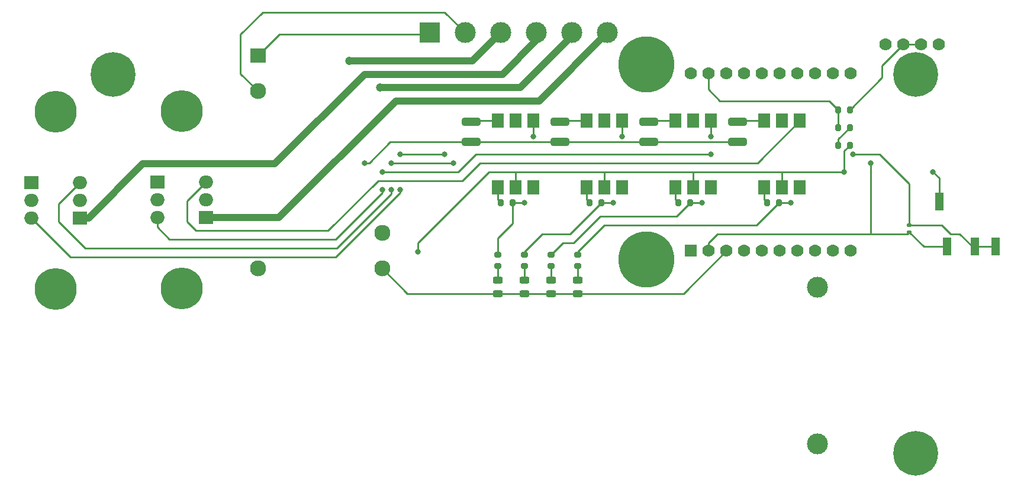
<source format=gbr>
%TF.GenerationSoftware,KiCad,Pcbnew,(7.0.0)*%
%TF.CreationDate,2024-03-10T18:27:09+01:00*%
%TF.ProjectId,bed-smart-plug,6265642d-736d-4617-9274-2d706c75672e,rev?*%
%TF.SameCoordinates,Original*%
%TF.FileFunction,Copper,L1,Top*%
%TF.FilePolarity,Positive*%
%FSLAX46Y46*%
G04 Gerber Fmt 4.6, Leading zero omitted, Abs format (unit mm)*
G04 Created by KiCad (PCBNEW (7.0.0)) date 2024-03-10 18:27:09*
%MOMM*%
%LPD*%
G01*
G04 APERTURE LIST*
G04 Aperture macros list*
%AMRoundRect*
0 Rectangle with rounded corners*
0 $1 Rounding radius*
0 $2 $3 $4 $5 $6 $7 $8 $9 X,Y pos of 4 corners*
0 Add a 4 corners polygon primitive as box body*
4,1,4,$2,$3,$4,$5,$6,$7,$8,$9,$2,$3,0*
0 Add four circle primitives for the rounded corners*
1,1,$1+$1,$2,$3*
1,1,$1+$1,$4,$5*
1,1,$1+$1,$6,$7*
1,1,$1+$1,$8,$9*
0 Add four rect primitives between the rounded corners*
20,1,$1+$1,$2,$3,$4,$5,0*
20,1,$1+$1,$4,$5,$6,$7,0*
20,1,$1+$1,$6,$7,$8,$9,0*
20,1,$1+$1,$8,$9,$2,$3,0*%
G04 Aperture macros list end*
%TA.AperFunction,SMDPad,CuDef*%
%ADD10RoundRect,0.243750X0.456250X-0.243750X0.456250X0.243750X-0.456250X0.243750X-0.456250X-0.243750X0*%
%TD*%
%TA.AperFunction,ComponentPad*%
%ADD11R,3.000000X3.000000*%
%TD*%
%TA.AperFunction,ComponentPad*%
%ADD12C,3.000000*%
%TD*%
%TA.AperFunction,SMDPad,CuDef*%
%ADD13RoundRect,0.250000X1.075000X-0.312500X1.075000X0.312500X-1.075000X0.312500X-1.075000X-0.312500X0*%
%TD*%
%TA.AperFunction,ComponentPad*%
%ADD14C,6.400000*%
%TD*%
%TA.AperFunction,SMDPad,CuDef*%
%ADD15RoundRect,0.200000X-0.200000X-0.275000X0.200000X-0.275000X0.200000X0.275000X-0.200000X0.275000X0*%
%TD*%
%TA.AperFunction,ComponentPad*%
%ADD16R,1.778000X1.778000*%
%TD*%
%TA.AperFunction,ComponentPad*%
%ADD17C,1.778000*%
%TD*%
%TA.AperFunction,SMDPad,CuDef*%
%ADD18R,1.200000X2.500000*%
%TD*%
%TA.AperFunction,SMDPad,CuDef*%
%ADD19R,1.780000X2.000000*%
%TD*%
%TA.AperFunction,ComponentPad*%
%ADD20R,2.000000X1.905000*%
%TD*%
%TA.AperFunction,ComponentPad*%
%ADD21O,2.000000X1.905000*%
%TD*%
%TA.AperFunction,ComponentPad*%
%ADD22R,2.300000X2.000000*%
%TD*%
%TA.AperFunction,ComponentPad*%
%ADD23C,2.300000*%
%TD*%
%TA.AperFunction,ComponentPad*%
%ADD24C,6.000000*%
%TD*%
%TA.AperFunction,ComponentPad*%
%ADD25C,8.000000*%
%TD*%
%TA.AperFunction,SMDPad,CuDef*%
%ADD26RoundRect,0.135000X0.185000X-0.135000X0.185000X0.135000X-0.185000X0.135000X-0.185000X-0.135000X0*%
%TD*%
%TA.AperFunction,SMDPad,CuDef*%
%ADD27RoundRect,0.200000X-0.275000X0.200000X-0.275000X-0.200000X0.275000X-0.200000X0.275000X0.200000X0*%
%TD*%
%TA.AperFunction,ViaPad*%
%ADD28C,0.800000*%
%TD*%
%TA.AperFunction,ViaPad*%
%ADD29C,1.200000*%
%TD*%
%TA.AperFunction,Conductor*%
%ADD30C,0.250000*%
%TD*%
%TA.AperFunction,Conductor*%
%ADD31C,1.000000*%
%TD*%
G04 APERTURE END LIST*
D10*
%TO.P,D4,1,K*%
%TO.N,GND*%
X160970000Y-92867500D03*
%TO.P,D4,2,A*%
%TO.N,Net-(D4-A)*%
X160970000Y-90992500D03*
%TD*%
%TO.P,D1,1,K*%
%TO.N,GND*%
X149540000Y-92867500D03*
%TO.P,D1,2,A*%
%TO.N,Net-(D1-A)*%
X149540000Y-90992500D03*
%TD*%
D11*
%TO.P,J2,1,Pin_1*%
%TO.N,LINE*%
X139779999Y-55499999D03*
D12*
%TO.P,J2,2,Pin_2*%
%TO.N,NEUT*%
X144860000Y-55500000D03*
%TO.P,J2,3,Pin_3*%
%TO.N,Net-(J2-Pin_3)*%
X149940000Y-55500000D03*
%TO.P,J2,4,Pin_4*%
%TO.N,Net-(J2-Pin_4)*%
X155020000Y-55500000D03*
%TO.P,J2,5,Pin_5*%
%TO.N,Net-(J2-Pin_5)*%
X160100000Y-55500000D03*
%TO.P,J2,6,Pin_6*%
%TO.N,Net-(J2-Pin_6)*%
X165180000Y-55500000D03*
%TD*%
D13*
%TO.P,R14,1*%
%TO.N,Net-(Q1-A2)*%
X158430000Y-71167500D03*
%TO.P,R14,2*%
%TO.N,Net-(R14-Pad2)*%
X158430000Y-68242500D03*
%TD*%
D14*
%TO.P,,1*%
%TO.N,N/C*%
X209275000Y-115725000D03*
%TD*%
D15*
%TO.P,R3,1*%
%TO.N,Net-(U1-GPIO36)*%
X198245000Y-69070000D03*
%TO.P,R3,2*%
%TO.N,Net-(R3-Pad2)*%
X199895000Y-69070000D03*
%TD*%
D16*
%TO.P,U1,1,+5V*%
%TO.N,+5V*%
X177134999Y-86729999D03*
D17*
%TO.P,U1,2,+3.3V_(out)*%
%TO.N,+3V3*%
X179675000Y-86730000D03*
%TO.P,U1,3,GND*%
%TO.N,GND*%
X182215000Y-86730000D03*
%TO.P,U1,4,ESP_EN*%
%TO.N,unconnected-(U1-ESP_EN-Pad4)*%
X184755000Y-86730000D03*
%TO.P,U1,5,GPIO0*%
%TO.N,unconnected-(U1-GPIO0-Pad5)*%
X187295000Y-86730000D03*
%TO.P,U1,6,GPIO1*%
%TO.N,unconnected-(U1-GPIO1-Pad6)*%
X189835000Y-86730000D03*
%TO.P,U1,7,GPIO2*%
%TO.N,Net-(U1-GPIO2)*%
X192375000Y-86730000D03*
%TO.P,U1,8,GPIO3*%
%TO.N,Net-(U1-GPIO3)*%
X194915000Y-86730000D03*
%TO.P,U1,9,GPIO4*%
%TO.N,Net-(U1-GPIO4)*%
X197455000Y-86730000D03*
%TO.P,U1,10,GPIO5*%
%TO.N,Net-(U1-GPIO5)*%
X199995000Y-86730000D03*
%TO.P,U1,11,GPIO13*%
%TO.N,Net-(U1-GPIO13)*%
X199995000Y-61330000D03*
%TO.P,U1,12,GPIO14*%
%TO.N,unconnected-(U1-GPIO14-Pad12)*%
X197455000Y-61330000D03*
%TO.P,U1,13,GPIO15*%
%TO.N,unconnected-(U1-GPIO15-Pad13)*%
X194915000Y-61330000D03*
%TO.P,U1,14,GPIO16*%
%TO.N,unconnected-(U1-GPIO16-Pad14)*%
X192375000Y-61330000D03*
%TO.P,U1,15,GPIO32*%
%TO.N,unconnected-(U1-GPIO32-Pad15)*%
X189835000Y-61330000D03*
%TO.P,U1,16,GPIO33*%
%TO.N,unconnected-(U1-GPIO33-Pad16)*%
X187295000Y-61330000D03*
%TO.P,U1,17,GPIO34*%
%TO.N,unconnected-(U1-GPIO34-Pad17)*%
X184755000Y-61330000D03*
%TO.P,U1,18,GPIO35*%
%TO.N,unconnected-(U1-GPIO35-Pad18)*%
X182215000Y-61330000D03*
%TO.P,U1,19,GPIO36*%
%TO.N,Net-(U1-GPIO36)*%
X179675000Y-61330000D03*
%TO.P,U1,20,GPIO39*%
%TO.N,unconnected-(U1-GPIO39-Pad20)*%
X177135000Y-61330000D03*
%TD*%
D15*
%TO.P,R9,1*%
%TO.N,Net-(R9-Pad1)*%
X149985000Y-79865000D03*
%TO.P,R9,2*%
%TO.N,Net-(U1-GPIO2)*%
X151635000Y-79865000D03*
%TD*%
D10*
%TO.P,D3,1,K*%
%TO.N,GND*%
X157160000Y-92867500D03*
%TO.P,D3,2,A*%
%TO.N,Net-(D3-A)*%
X157160000Y-90992500D03*
%TD*%
D13*
%TO.P,R15,1*%
%TO.N,Net-(Q1-A2)*%
X171130000Y-71167500D03*
%TO.P,R15,2*%
%TO.N,Net-(R15-Pad2)*%
X171130000Y-68242500D03*
%TD*%
D15*
%TO.P,R10,1*%
%TO.N,Net-(R10-Pad1)*%
X162685000Y-79865000D03*
%TO.P,R10,2*%
%TO.N,Net-(U1-GPIO3)*%
X164335000Y-79865000D03*
%TD*%
D18*
%TO.P,J1,R1*%
%TO.N,Net-(U1-GPIO13)*%
X217762999Y-86169999D03*
%TO.P,J1,R2*%
X220762999Y-86169999D03*
%TO.P,J1,S*%
%TO.N,GND*%
X212662999Y-79669999D03*
%TO.P,J1,T*%
%TO.N,+3V3*%
X213762999Y-86169999D03*
%TD*%
D14*
%TO.P,,1*%
%TO.N,N/C*%
X94525000Y-61475000D03*
%TD*%
D19*
%TO.P,U5,1*%
%TO.N,Net-(R11-Pad1)*%
X174939999Y-77644999D03*
%TO.P,U5,2*%
%TO.N,GND*%
X177479999Y-77644999D03*
%TO.P,U5,3,NC*%
%TO.N,unconnected-(U5-NC-Pad3)*%
X180019999Y-77644999D03*
%TO.P,U5,4*%
%TO.N,Net-(Q3-G)*%
X180019999Y-68114999D03*
%TO.P,U5,5,NC*%
%TO.N,unconnected-(U5-NC-Pad5)*%
X177479999Y-68114999D03*
%TO.P,U5,6*%
%TO.N,Net-(R15-Pad2)*%
X174939999Y-68114999D03*
%TD*%
D17*
%TO.P,U2,1,VCC*%
%TO.N,+3V3*%
X205020000Y-57150000D03*
%TO.P,U2,2,DATA*%
%TO.N,Net-(R2-Pad2)*%
X207560000Y-57150000D03*
%TO.P,U2,3,DATA*%
X210100000Y-57150000D03*
%TO.P,U2,4,GND*%
%TO.N,GND*%
X212640000Y-57150000D03*
%TD*%
D10*
%TO.P,D2,1,K*%
%TO.N,GND*%
X153350000Y-92867500D03*
%TO.P,D2,2,A*%
%TO.N,Net-(D2-A)*%
X153350000Y-90992500D03*
%TD*%
D20*
%TO.P,Q3,1,A1*%
%TO.N,Net-(J2-Pin_5)*%
X100814999Y-76919999D03*
D21*
%TO.P,Q3,2,A2*%
%TO.N,Net-(Q1-A2)*%
X100814999Y-79459999D03*
%TO.P,Q3,3,G*%
%TO.N,Net-(Q3-G)*%
X100814999Y-81999999D03*
%TD*%
D15*
%TO.P,R11,1*%
%TO.N,Net-(R11-Pad1)*%
X175385000Y-79865000D03*
%TO.P,R11,2*%
%TO.N,Net-(U1-GPIO4)*%
X177035000Y-79865000D03*
%TD*%
D20*
%TO.P,Q4,1,A1*%
%TO.N,Net-(J2-Pin_6)*%
X107749999Y-81989999D03*
D21*
%TO.P,Q4,2,A2*%
%TO.N,Net-(Q1-A2)*%
X107749999Y-79449999D03*
%TO.P,Q4,3,G*%
%TO.N,Net-(Q4-G)*%
X107749999Y-76909999D03*
%TD*%
D20*
%TO.P,Q2,1,A1*%
%TO.N,Net-(J2-Pin_4)*%
X89744999Y-82049999D03*
D21*
%TO.P,Q2,2,A2*%
%TO.N,Net-(Q1-A2)*%
X89744999Y-79509999D03*
%TO.P,Q2,3,G*%
%TO.N,Net-(Q2-G)*%
X89744999Y-76969999D03*
%TD*%
D15*
%TO.P,R4,1*%
%TO.N,Net-(R3-Pad2)*%
X198245000Y-71610000D03*
%TO.P,R4,2*%
%TO.N,GND*%
X199895000Y-71610000D03*
%TD*%
D22*
%TO.P,PS1,1,AC/L*%
%TO.N,LINE*%
X115199999Y-58819999D03*
D23*
%TO.P,PS1,3,AC/N*%
%TO.N,NEUT*%
X115200000Y-63900000D03*
%TO.P,PS1,5,NC*%
%TO.N,unconnected-(PS1-NC-Pad5)*%
X115200000Y-89300000D03*
%TO.P,PS1,14,-Vo*%
%TO.N,GND*%
X132980000Y-89300000D03*
%TO.P,PS1,16,+Vo*%
%TO.N,+5V*%
X132980000Y-84220000D03*
%TD*%
D13*
%TO.P,R16,1*%
%TO.N,Net-(Q1-A2)*%
X183830000Y-71167500D03*
%TO.P,R16,2*%
%TO.N,Net-(R16-Pad2)*%
X183830000Y-68242500D03*
%TD*%
D19*
%TO.P,U6,1*%
%TO.N,Net-(R12-Pad1)*%
X187639999Y-77644999D03*
%TO.P,U6,2*%
%TO.N,GND*%
X190179999Y-77644999D03*
%TO.P,U6,3,NC*%
%TO.N,unconnected-(U6-NC-Pad3)*%
X192719999Y-77644999D03*
%TO.P,U6,4*%
%TO.N,Net-(Q4-G)*%
X192719999Y-68114999D03*
%TO.P,U6,5,NC*%
%TO.N,unconnected-(U6-NC-Pad5)*%
X190179999Y-68114999D03*
%TO.P,U6,6*%
%TO.N,Net-(R16-Pad2)*%
X187639999Y-68114999D03*
%TD*%
D24*
%TO.P,HS1,1*%
%TO.N,N/C*%
X86295000Y-66820000D03*
X86295000Y-92220000D03*
%TD*%
D25*
%TO.P,,1*%
%TO.N,N/C*%
X170785000Y-60060000D03*
%TD*%
D26*
%TO.P,R1,1*%
%TO.N,+3V3*%
X208400000Y-84060000D03*
%TO.P,R1,2*%
%TO.N,Net-(U1-GPIO13)*%
X208400000Y-83040000D03*
%TD*%
D15*
%TO.P,R2,1*%
%TO.N,Net-(U1-GPIO36)*%
X198245000Y-66530000D03*
%TO.P,R2,2*%
%TO.N,Net-(R2-Pad2)*%
X199895000Y-66530000D03*
%TD*%
D13*
%TO.P,R13,1*%
%TO.N,Net-(Q1-A2)*%
X145730000Y-71167500D03*
%TO.P,R13,2*%
%TO.N,Net-(R13-Pad2)*%
X145730000Y-68242500D03*
%TD*%
D27*
%TO.P,R8,1*%
%TO.N,Net-(U1-GPIO5)*%
X160970000Y-87295000D03*
%TO.P,R8,2*%
%TO.N,Net-(D4-A)*%
X160970000Y-88945000D03*
%TD*%
D20*
%TO.P,Q1,1,A1*%
%TO.N,Net-(J2-Pin_3)*%
X82809999Y-76979999D03*
D21*
%TO.P,Q1,2,A2*%
%TO.N,Net-(Q1-A2)*%
X82809999Y-79519999D03*
%TO.P,Q1,3,G*%
%TO.N,Net-(Q1-G)*%
X82809999Y-82059999D03*
%TD*%
D15*
%TO.P,R12,1*%
%TO.N,Net-(R12-Pad1)*%
X188085000Y-79865000D03*
%TO.P,R12,2*%
%TO.N,Net-(U1-GPIO5)*%
X189735000Y-79865000D03*
%TD*%
D27*
%TO.P,R6,1*%
%TO.N,Net-(U1-GPIO3)*%
X153350000Y-87295000D03*
%TO.P,R6,2*%
%TO.N,Net-(D2-A)*%
X153350000Y-88945000D03*
%TD*%
%TO.P,R7,1*%
%TO.N,Net-(U1-GPIO4)*%
X157160000Y-87295000D03*
%TO.P,R7,2*%
%TO.N,Net-(D3-A)*%
X157160000Y-88945000D03*
%TD*%
%TO.P,R5,1*%
%TO.N,Net-(U1-GPIO2)*%
X149540000Y-87295000D03*
%TO.P,R5,2*%
%TO.N,Net-(D1-A)*%
X149540000Y-88945000D03*
%TD*%
D19*
%TO.P,U4,1*%
%TO.N,Net-(R10-Pad1)*%
X162239999Y-77644999D03*
%TO.P,U4,2*%
%TO.N,GND*%
X164779999Y-77644999D03*
%TO.P,U4,3,NC*%
%TO.N,unconnected-(U4-NC-Pad3)*%
X167319999Y-77644999D03*
%TO.P,U4,4*%
%TO.N,Net-(Q2-G)*%
X167319999Y-68114999D03*
%TO.P,U4,5,NC*%
%TO.N,unconnected-(U4-NC-Pad5)*%
X164779999Y-68114999D03*
%TO.P,U4,6*%
%TO.N,Net-(R14-Pad2)*%
X162239999Y-68114999D03*
%TD*%
D14*
%TO.P,,1*%
%TO.N,N/C*%
X209275000Y-61475000D03*
%TD*%
D24*
%TO.P,HS2,1*%
%TO.N,N/C*%
X104300000Y-66760000D03*
X104300000Y-92160000D03*
%TD*%
D12*
%TO.P,F1,1*%
%TO.N,LINE*%
X195260000Y-114430000D03*
%TO.P,F1,2*%
%TO.N,Net-(Q1-A2)*%
X195260000Y-91930000D03*
%TD*%
D19*
%TO.P,U3,1*%
%TO.N,Net-(R9-Pad1)*%
X149539999Y-77644999D03*
%TO.P,U3,2*%
%TO.N,GND*%
X152079999Y-77644999D03*
%TO.P,U3,3,NC*%
%TO.N,unconnected-(U3-NC-Pad3)*%
X154619999Y-77644999D03*
%TO.P,U3,4*%
%TO.N,Net-(Q1-G)*%
X154619999Y-68114999D03*
%TO.P,U3,5,NC*%
%TO.N,unconnected-(U3-NC-Pad5)*%
X152079999Y-68114999D03*
%TO.P,U3,6*%
%TO.N,Net-(R13-Pad2)*%
X149539999Y-68114999D03*
%TD*%
D25*
%TO.P,,1*%
%TO.N,N/C*%
X170785000Y-88000000D03*
%TD*%
D28*
%TO.N,GND*%
X138110000Y-86850000D03*
X199070000Y-75420000D03*
X211770000Y-75420000D03*
%TO.N,Net-(Q1-A2)*%
X130490000Y-74150000D03*
%TO.N,Net-(U1-GPIO13)*%
X200340000Y-72880000D03*
%TO.N,+3V3*%
X202880000Y-74150000D03*
D29*
%TO.N,Net-(J2-Pin_3)*%
X128267500Y-59545000D03*
%TO.N,Net-(J2-Pin_5)*%
X132712500Y-63355000D03*
D28*
%TO.N,Net-(Q1-G)*%
X154620000Y-70340000D03*
X141920000Y-72880000D03*
X135570000Y-77960000D03*
X135570000Y-72880000D03*
%TO.N,Net-(Q2-G)*%
X134300000Y-77960000D03*
X143190000Y-74150000D03*
X134300000Y-74150000D03*
X167320000Y-70340000D03*
%TO.N,Net-(Q3-G)*%
X180020000Y-70340000D03*
X180020000Y-72880000D03*
X133030000Y-75420000D03*
X133030000Y-77960000D03*
%TO.N,Net-(U1-GPIO2)*%
X153350000Y-79865000D03*
%TO.N,Net-(U1-GPIO3)*%
X166050000Y-79865000D03*
%TO.N,Net-(U1-GPIO4)*%
X178750000Y-79865000D03*
%TO.N,Net-(U1-GPIO5)*%
X191450000Y-79865000D03*
%TD*%
D30*
%TO.N,GND*%
X212663000Y-76313000D02*
X212663000Y-79670000D01*
X152080000Y-75420000D02*
X148270000Y-75420000D01*
X153350000Y-92867500D02*
X157160000Y-92867500D01*
X149540000Y-92867500D02*
X153350000Y-92867500D01*
X182215000Y-86730000D02*
X176077500Y-92867500D01*
X211770000Y-75420000D02*
X212663000Y-76313000D01*
X152080000Y-75420000D02*
X199070000Y-75420000D01*
X152080000Y-77645000D02*
X152080000Y-75420000D01*
X190180000Y-75420000D02*
X190180000Y-77645000D01*
X164780000Y-75420000D02*
X164780000Y-77645000D01*
X176077500Y-92867500D02*
X160970000Y-92867500D01*
X138110000Y-85580000D02*
X138110000Y-86850000D01*
X157160000Y-92867500D02*
X160970000Y-92867500D01*
X136547500Y-92867500D02*
X132980000Y-89300000D01*
X149540000Y-92867500D02*
X136547500Y-92867500D01*
X199895000Y-71610000D02*
X199070000Y-72435000D01*
X177480000Y-77645000D02*
X177480000Y-75420000D01*
X138110000Y-85580000D02*
X148270000Y-75420000D01*
X199070000Y-72435000D02*
X199070000Y-75420000D01*
%TO.N,Net-(D1-A)*%
X149540000Y-90992500D02*
X149540000Y-88945000D01*
%TO.N,Net-(D2-A)*%
X153350000Y-90992500D02*
X153350000Y-88945000D01*
%TO.N,Net-(D3-A)*%
X157160000Y-90992500D02*
X157160000Y-88945000D01*
%TO.N,Net-(D4-A)*%
X160970000Y-90992500D02*
X160970000Y-88945000D01*
%TO.N,LINE*%
X139380000Y-55735000D02*
X139615000Y-55500000D01*
X118285000Y-55735000D02*
X139380000Y-55735000D01*
X139615000Y-55500000D02*
X139780000Y-55500000D01*
X115200000Y-58820000D02*
X118285000Y-55735000D01*
%TO.N,Net-(Q1-A2)*%
X134107500Y-71167500D02*
X131125000Y-74150000D01*
X145730000Y-71167500D02*
X158430000Y-71167500D01*
X145730000Y-71167500D02*
X134107500Y-71167500D01*
X158430000Y-71167500D02*
X171130000Y-71167500D01*
X131125000Y-74150000D02*
X130490000Y-74150000D01*
X183830000Y-71167500D02*
X171130000Y-71167500D01*
%TO.N,Net-(U1-GPIO13)*%
X208400000Y-77130000D02*
X208400000Y-83040000D01*
X220763000Y-86170000D02*
X217763000Y-86170000D01*
X204150000Y-72880000D02*
X208400000Y-77130000D01*
X213040000Y-83040000D02*
X208400000Y-83040000D01*
X214310000Y-84310000D02*
X213040000Y-83040000D01*
X217763000Y-86170000D02*
X217440000Y-86170000D01*
X200340000Y-72880000D02*
X204150000Y-72880000D01*
X215580000Y-84310000D02*
X214310000Y-84310000D01*
X217440000Y-86170000D02*
X215580000Y-84310000D01*
%TO.N,+3V3*%
X202880000Y-74150000D02*
X202880000Y-84310000D01*
X208400000Y-84060000D02*
X210510000Y-86170000D01*
X179675000Y-85580000D02*
X180945000Y-84310000D01*
X210510000Y-86170000D02*
X213763000Y-86170000D01*
X202880000Y-84310000D02*
X208150000Y-84310000D01*
X180945000Y-84310000D02*
X202880000Y-84310000D01*
X179675000Y-86730000D02*
X179675000Y-85580000D01*
X208150000Y-84310000D02*
X208400000Y-84060000D01*
%TO.N,NEUT*%
X115885000Y-52560000D02*
X141920000Y-52560000D01*
X112710000Y-61410000D02*
X112710000Y-55735000D01*
X112710000Y-55735000D02*
X115885000Y-52560000D01*
X141920000Y-52560000D02*
X144860000Y-55500000D01*
X115200000Y-63900000D02*
X112710000Y-61410000D01*
D31*
%TO.N,Net-(J2-Pin_3)*%
X128267500Y-59545000D02*
X145895000Y-59545000D01*
X145895000Y-59545000D02*
X149940000Y-55500000D01*
%TO.N,Net-(J2-Pin_4)*%
X155020000Y-56605000D02*
X155020000Y-55500000D01*
X150175000Y-61450000D02*
X155020000Y-56605000D01*
X117645000Y-74295000D02*
X130490000Y-61450000D01*
X90985000Y-82050000D02*
X98740000Y-74295000D01*
X130490000Y-61450000D02*
X150175000Y-61450000D01*
X89745000Y-82050000D02*
X90985000Y-82050000D01*
X98740000Y-74295000D02*
X117645000Y-74295000D01*
%TO.N,Net-(J2-Pin_5)*%
X132712500Y-63355000D02*
X152715000Y-63355000D01*
X160100000Y-55970000D02*
X160100000Y-55500000D01*
X152715000Y-63355000D02*
X160100000Y-55970000D01*
%TO.N,Net-(J2-Pin_6)*%
X118205000Y-81990000D02*
X107750000Y-81990000D01*
X155420000Y-65260000D02*
X134935000Y-65260000D01*
X165180000Y-55500000D02*
X155420000Y-65260000D01*
X134935000Y-65260000D02*
X118205000Y-81990000D01*
D30*
%TO.N,Net-(Q1-G)*%
X135570000Y-72880000D02*
X141920000Y-72880000D01*
X88380000Y-87630000D02*
X82810000Y-82060000D01*
X154620000Y-68115000D02*
X154620000Y-70340000D01*
X135570000Y-78425000D02*
X126365000Y-87630000D01*
X126365000Y-87630000D02*
X88380000Y-87630000D01*
X135570000Y-77960000D02*
X135570000Y-78425000D01*
%TO.N,Net-(Q2-G)*%
X134300000Y-77960000D02*
X134300000Y-78595000D01*
X167320000Y-68115000D02*
X167320000Y-70340000D01*
X90485000Y-86360000D02*
X86675000Y-82550000D01*
X134300000Y-74150000D02*
X143190000Y-74150000D01*
X86675000Y-80040000D02*
X89745000Y-76970000D01*
X126535000Y-86360000D02*
X134300000Y-78595000D01*
X90485000Y-86360000D02*
X126535000Y-86360000D01*
X86675000Y-82550000D02*
X86675000Y-80040000D01*
%TO.N,Net-(Q3-G)*%
X180020000Y-68115000D02*
X180020000Y-70340000D01*
X133030000Y-78425000D02*
X126365000Y-85090000D01*
X100815000Y-83355000D02*
X100815000Y-82000000D01*
X102550000Y-85090000D02*
X100815000Y-83355000D01*
X146365000Y-72880000D02*
X180020000Y-72880000D01*
X146365000Y-72880000D02*
X143825000Y-75420000D01*
X133030000Y-75420000D02*
X143825000Y-75420000D01*
X126365000Y-85090000D02*
X102550000Y-85090000D01*
X133030000Y-77960000D02*
X133030000Y-78425000D01*
%TO.N,Net-(Q4-G)*%
X105090000Y-79570000D02*
X107750000Y-76910000D01*
X132395000Y-76690000D02*
X125265000Y-83820000D01*
X144460000Y-76690000D02*
X132395000Y-76690000D01*
X106360000Y-83820000D02*
X125265000Y-83820000D01*
X192720000Y-68115000D02*
X186685000Y-74150000D01*
X147000000Y-74150000D02*
X144460000Y-76690000D01*
X106360000Y-83820000D02*
X105090000Y-82550000D01*
X105090000Y-82550000D02*
X105090000Y-79570000D01*
X186685000Y-74150000D02*
X147000000Y-74150000D01*
%TO.N,Net-(U1-GPIO36)*%
X196975000Y-65260000D02*
X198245000Y-66530000D01*
X181290000Y-65260000D02*
X196975000Y-65260000D01*
X198245000Y-66530000D02*
X198245000Y-69070000D01*
X179675000Y-63645000D02*
X181290000Y-65260000D01*
X179675000Y-61330000D02*
X179675000Y-63645000D01*
%TO.N,Net-(R2-Pad2)*%
X207560000Y-57150000D02*
X204470000Y-60240000D01*
X210100000Y-57150000D02*
X207560000Y-57150000D01*
X204470000Y-60240000D02*
X204470000Y-61955000D01*
X204470000Y-61955000D02*
X199895000Y-66530000D01*
%TO.N,Net-(R3-Pad2)*%
X198245000Y-70720000D02*
X199895000Y-69070000D01*
X198245000Y-71610000D02*
X198245000Y-70720000D01*
%TO.N,Net-(U1-GPIO2)*%
X153350000Y-79865000D02*
X151635000Y-79865000D01*
X149540000Y-84945000D02*
X151635000Y-82850000D01*
X151635000Y-82850000D02*
X151635000Y-79865000D01*
X149540000Y-87295000D02*
X149540000Y-84945000D01*
%TO.N,Net-(U1-GPIO3)*%
X155890000Y-84310000D02*
X159890000Y-84310000D01*
X153350000Y-86850000D02*
X155890000Y-84310000D01*
X159890000Y-84310000D02*
X164335000Y-79865000D01*
X166050000Y-79865000D02*
X164335000Y-79865000D01*
X153350000Y-87295000D02*
X153350000Y-86850000D01*
%TO.N,Net-(U1-GPIO4)*%
X160335000Y-85580000D02*
X158875000Y-85580000D01*
X158875000Y-85580000D02*
X157160000Y-87295000D01*
X175130000Y-81770000D02*
X164145000Y-81770000D01*
X164145000Y-81770000D02*
X160335000Y-85580000D01*
X177035000Y-79865000D02*
X175130000Y-81770000D01*
X178750000Y-79865000D02*
X177035000Y-79865000D01*
%TO.N,Net-(U1-GPIO5)*%
X186560000Y-83040000D02*
X164780000Y-83040000D01*
X164780000Y-83040000D02*
X160970000Y-86850000D01*
X160970000Y-86850000D02*
X160970000Y-87295000D01*
X189735000Y-79865000D02*
X186560000Y-83040000D01*
X191450000Y-79865000D02*
X189735000Y-79865000D01*
%TO.N,Net-(R9-Pad1)*%
X149540000Y-77645000D02*
X149540000Y-79420000D01*
X149540000Y-79420000D02*
X149985000Y-79865000D01*
%TO.N,Net-(R10-Pad1)*%
X162240000Y-79420000D02*
X162685000Y-79865000D01*
X162240000Y-77645000D02*
X162240000Y-79420000D01*
%TO.N,Net-(R11-Pad1)*%
X174940000Y-77645000D02*
X174940000Y-79420000D01*
X174940000Y-79420000D02*
X175385000Y-79865000D01*
%TO.N,Net-(R12-Pad1)*%
X187640000Y-79420000D02*
X188085000Y-79865000D01*
X187640000Y-77645000D02*
X187640000Y-79420000D01*
%TO.N,Net-(R13-Pad2)*%
X145857500Y-68115000D02*
X149540000Y-68115000D01*
X145730000Y-68242500D02*
X145857500Y-68115000D01*
%TO.N,Net-(R14-Pad2)*%
X158430000Y-68242500D02*
X158557500Y-68115000D01*
X158557500Y-68115000D02*
X162240000Y-68115000D01*
%TO.N,Net-(R15-Pad2)*%
X171257500Y-68115000D02*
X174940000Y-68115000D01*
X171130000Y-68242500D02*
X171257500Y-68115000D01*
%TO.N,Net-(R16-Pad2)*%
X183830000Y-68242500D02*
X183957500Y-68115000D01*
X183957500Y-68115000D02*
X187640000Y-68115000D01*
%TD*%
M02*

</source>
